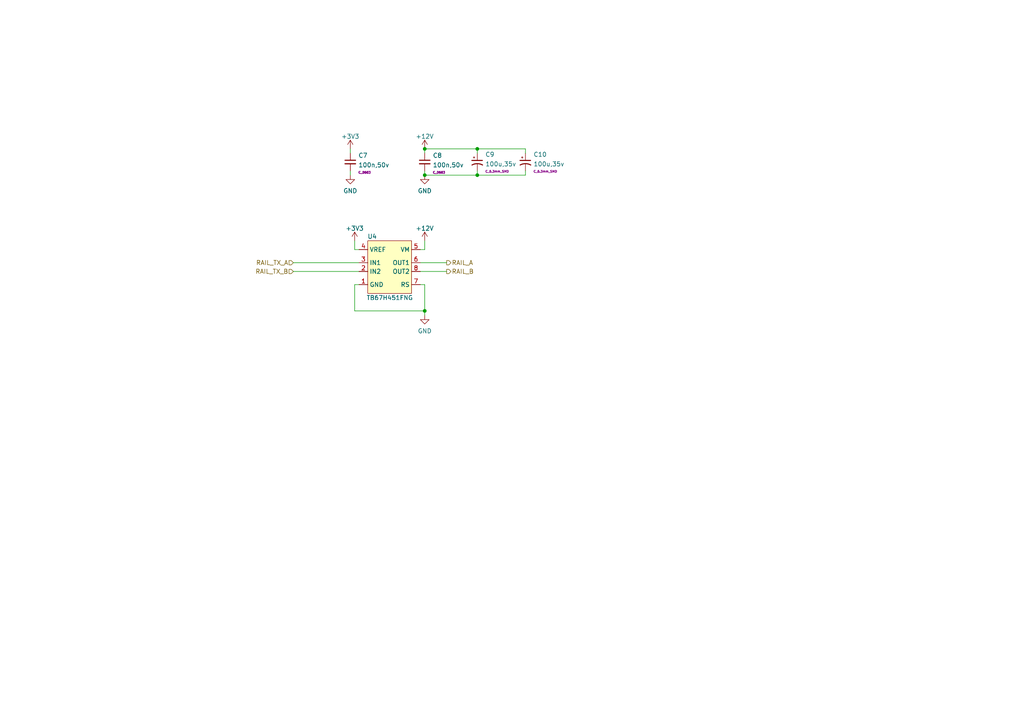
<source format=kicad_sch>
(kicad_sch (version 20211123) (generator eeschema)

  (uuid 65a2e59e-5cbd-49eb-b82f-9dc94ee50b75)

  (paper "A4")

  (lib_symbols
    (symbol "C_Capacitor:C_0603" (pin_numbers hide) (pin_names (offset 1.016)) (in_bom yes) (on_board yes)
      (property "Reference" "C" (id 0) (at 3.175 1.905 0)
        (effects (font (size 1.27 1.27)))
      )
      (property "Value" "C_0603" (id 1) (at 5.715 0 0)
        (effects (font (size 1.27 1.27)))
      )
      (property "Footprint" "C_Capacitor:C_0603" (id 2) (at -3.175 0 90)
        (effects (font (size 1.27 1.27)) hide)
      )
      (property "Datasheet" "" (id 3) (at 2.54 2.54 0)
        (effects (font (size 1.27 1.27)) hide)
      )
      (property "Size" "C_0603" (id 4) (at 4.445 -1.905 0)
        (effects (font (size 0.635 0.635)))
      )
      (symbol "C_0603_1_1"
        (polyline
          (pts
            (xy -1.524 -0.508)
            (xy 1.524 -0.508)
          )
          (stroke (width 0.3302) (type default) (color 0 0 0 0))
          (fill (type none))
        )
        (polyline
          (pts
            (xy -1.524 0.508)
            (xy 1.524 0.508)
          )
          (stroke (width 0.3048) (type default) (color 0 0 0 0))
          (fill (type none))
        )
        (pin passive line (at 0 2.54 270) (length 2.032)
          (name "~" (effects (font (size 1.27 1.27))))
          (number "1" (effects (font (size 1.27 1.27))))
        )
        (pin passive line (at 0 -2.54 90) (length 2.032)
          (name "~" (effects (font (size 1.27 1.27))))
          (number "2" (effects (font (size 1.27 1.27))))
        )
      )
    )
    (symbol "C_Capacitor:C_6.3mm_SMD" (pin_numbers hide) (pin_names (offset 1.016)) (in_bom yes) (on_board yes)
      (property "Reference" "C" (id 0) (at 3.175 1.905 0)
        (effects (font (size 1.27 1.27)))
      )
      (property "Value" "C_6.3mm_SMD" (id 1) (at 9.525 0 0)
        (effects (font (size 1.27 1.27)))
      )
      (property "Footprint" "C_Capacitor:C_6.3mm_SMD" (id 2) (at -3.175 -0.635 90)
        (effects (font (size 1.27 1.27)) hide)
      )
      (property "Datasheet" "" (id 3) (at 2.54 2.54 0)
        (effects (font (size 1.27 1.27)) hide)
      )
      (property "Size" "C_6.3mm_SMD" (id 4) (at 6.35 -1.905 0)
        (effects (font (size 0.635 0.635)))
      )
      (symbol "C_6.3mm_SMD_0_1"
        (polyline
          (pts
            (xy -1.5748 0.4572)
            (xy 1.4732 0.4572)
          )
          (stroke (width 0.3048) (type default) (color 0 0 0 0))
          (fill (type none))
        )
        (polyline
          (pts
            (xy -1.1938 1.3208)
            (xy -0.6858 1.3208)
          )
          (stroke (width 0) (type default) (color 0 0 0 0))
          (fill (type none))
        )
        (polyline
          (pts
            (xy -0.9398 1.0668)
            (xy -0.9398 1.5748)
          )
          (stroke (width 0) (type default) (color 0 0 0 0))
          (fill (type none))
        )
        (arc (start 1.524 -0.8635) (mid 0 -0.4749) (end -1.524 -0.8635)
          (stroke (width 0.3048) (type default) (color 0 0 0 0))
          (fill (type none))
        )
      )
      (symbol "C_6.3mm_SMD_1_1"
        (pin passive line (at 0 2.54 270) (length 2.032)
          (name "~" (effects (font (size 1.27 1.27))))
          (number "1" (effects (font (size 1.27 1.27))))
        )
        (pin passive line (at 0 -2.54 90) (length 2.032)
          (name "~" (effects (font (size 1.27 1.27))))
          (number "2" (effects (font (size 1.27 1.27))))
        )
      )
    )
    (symbol "U_Driver:TB67H451FNG" (in_bom yes) (on_board yes)
      (property "Reference" "U" (id 0) (at -5.08 8.89 0)
        (effects (font (size 1.27 1.27)))
      )
      (property "Value" "TB67H451FNG" (id 1) (at 0 -8.89 0)
        (effects (font (size 1.27 1.27)))
      )
      (property "Footprint" "U_IC:SOIC_8" (id 2) (at 0 -11.43 0)
        (effects (font (size 1.27 1.27)) hide)
      )
      (property "Datasheet" "" (id 3) (at -5.08 6.35 0)
        (effects (font (size 1.27 1.27)) hide)
      )
      (property "ki_keywords" "50V/3A BRUSHED MOTOR DRIVER" (id 4) (at 0 0 0)
        (effects (font (size 1.27 1.27)) hide)
      )
      (property "ki_description" "50V/3A BRUSHED MOTOR DRIVER" (id 5) (at 0 0 0)
        (effects (font (size 1.27 1.27)) hide)
      )
      (symbol "TB67H451FNG_0_1"
        (rectangle (start -6.35 7.62) (end 6.35 -7.62)
          (stroke (width 0.1524) (type default) (color 0 0 0 0))
          (fill (type background))
        )
      )
      (symbol "TB67H451FNG_1_1"
        (pin power_in line (at -8.89 -5.08 0) (length 2.54)
          (name "GND" (effects (font (size 1.27 1.27))))
          (number "1" (effects (font (size 1.27 1.27))))
        )
        (pin input line (at -8.89 -1.27 0) (length 2.54)
          (name "IN2" (effects (font (size 1.27 1.27))))
          (number "2" (effects (font (size 1.27 1.27))))
        )
        (pin input line (at -8.89 1.27 0) (length 2.54)
          (name "IN1" (effects (font (size 1.27 1.27))))
          (number "3" (effects (font (size 1.27 1.27))))
        )
        (pin power_in line (at -8.89 5.08 0) (length 2.54)
          (name "VREF" (effects (font (size 1.27 1.27))))
          (number "4" (effects (font (size 1.27 1.27))))
        )
        (pin power_in line (at 8.89 5.08 180) (length 2.54)
          (name "VM" (effects (font (size 1.27 1.27))))
          (number "5" (effects (font (size 1.27 1.27))))
        )
        (pin output line (at 8.89 1.27 180) (length 2.54)
          (name "OUT1" (effects (font (size 1.27 1.27))))
          (number "6" (effects (font (size 1.27 1.27))))
        )
        (pin passive line (at 8.89 -5.08 180) (length 2.54)
          (name "RS" (effects (font (size 1.27 1.27))))
          (number "7" (effects (font (size 1.27 1.27))))
        )
        (pin output line (at 8.89 -1.27 180) (length 2.54)
          (name "OUT2" (effects (font (size 1.27 1.27))))
          (number "8" (effects (font (size 1.27 1.27))))
        )
      )
    )
    (symbol "power:+12V" (power) (pin_names (offset 0)) (in_bom yes) (on_board yes)
      (property "Reference" "#PWR" (id 0) (at 0 -3.81 0)
        (effects (font (size 1.27 1.27)) hide)
      )
      (property "Value" "+12V" (id 1) (at 0 3.556 0)
        (effects (font (size 1.27 1.27)))
      )
      (property "Footprint" "" (id 2) (at 0 0 0)
        (effects (font (size 1.27 1.27)) hide)
      )
      (property "Datasheet" "" (id 3) (at 0 0 0)
        (effects (font (size 1.27 1.27)) hide)
      )
      (property "ki_keywords" "power-flag" (id 4) (at 0 0 0)
        (effects (font (size 1.27 1.27)) hide)
      )
      (property "ki_description" "Power symbol creates a global label with name \"+12V\"" (id 5) (at 0 0 0)
        (effects (font (size 1.27 1.27)) hide)
      )
      (symbol "+12V_0_1"
        (polyline
          (pts
            (xy -0.762 1.27)
            (xy 0 2.54)
          )
          (stroke (width 0) (type default) (color 0 0 0 0))
          (fill (type none))
        )
        (polyline
          (pts
            (xy 0 0)
            (xy 0 2.54)
          )
          (stroke (width 0) (type default) (color 0 0 0 0))
          (fill (type none))
        )
        (polyline
          (pts
            (xy 0 2.54)
            (xy 0.762 1.27)
          )
          (stroke (width 0) (type default) (color 0 0 0 0))
          (fill (type none))
        )
      )
      (symbol "+12V_1_1"
        (pin power_in line (at 0 0 90) (length 0) hide
          (name "+12V" (effects (font (size 1.27 1.27))))
          (number "1" (effects (font (size 1.27 1.27))))
        )
      )
    )
    (symbol "power:+3V3" (power) (pin_names (offset 0)) (in_bom yes) (on_board yes)
      (property "Reference" "#PWR" (id 0) (at 0 -3.81 0)
        (effects (font (size 1.27 1.27)) hide)
      )
      (property "Value" "+3V3" (id 1) (at 0 3.556 0)
        (effects (font (size 1.27 1.27)))
      )
      (property "Footprint" "" (id 2) (at 0 0 0)
        (effects (font (size 1.27 1.27)) hide)
      )
      (property "Datasheet" "" (id 3) (at 0 0 0)
        (effects (font (size 1.27 1.27)) hide)
      )
      (property "ki_keywords" "power-flag" (id 4) (at 0 0 0)
        (effects (font (size 1.27 1.27)) hide)
      )
      (property "ki_description" "Power symbol creates a global label with name \"+3V3\"" (id 5) (at 0 0 0)
        (effects (font (size 1.27 1.27)) hide)
      )
      (symbol "+3V3_0_1"
        (polyline
          (pts
            (xy -0.762 1.27)
            (xy 0 2.54)
          )
          (stroke (width 0) (type default) (color 0 0 0 0))
          (fill (type none))
        )
        (polyline
          (pts
            (xy 0 0)
            (xy 0 2.54)
          )
          (stroke (width 0) (type default) (color 0 0 0 0))
          (fill (type none))
        )
        (polyline
          (pts
            (xy 0 2.54)
            (xy 0.762 1.27)
          )
          (stroke (width 0) (type default) (color 0 0 0 0))
          (fill (type none))
        )
      )
      (symbol "+3V3_1_1"
        (pin power_in line (at 0 0 90) (length 0) hide
          (name "+3V3" (effects (font (size 1.27 1.27))))
          (number "1" (effects (font (size 1.27 1.27))))
        )
      )
    )
    (symbol "power:GND" (power) (pin_names (offset 0)) (in_bom yes) (on_board yes)
      (property "Reference" "#PWR" (id 0) (at 0 -6.35 0)
        (effects (font (size 1.27 1.27)) hide)
      )
      (property "Value" "GND" (id 1) (at 0 -3.81 0)
        (effects (font (size 1.27 1.27)))
      )
      (property "Footprint" "" (id 2) (at 0 0 0)
        (effects (font (size 1.27 1.27)) hide)
      )
      (property "Datasheet" "" (id 3) (at 0 0 0)
        (effects (font (size 1.27 1.27)) hide)
      )
      (property "ki_keywords" "power-flag" (id 4) (at 0 0 0)
        (effects (font (size 1.27 1.27)) hide)
      )
      (property "ki_description" "Power symbol creates a global label with name \"GND\" , ground" (id 5) (at 0 0 0)
        (effects (font (size 1.27 1.27)) hide)
      )
      (symbol "GND_0_1"
        (polyline
          (pts
            (xy 0 0)
            (xy 0 -1.27)
            (xy 1.27 -1.27)
            (xy 0 -2.54)
            (xy -1.27 -1.27)
            (xy 0 -1.27)
          )
          (stroke (width 0) (type default) (color 0 0 0 0))
          (fill (type none))
        )
      )
      (symbol "GND_1_1"
        (pin power_in line (at 0 0 270) (length 0) hide
          (name "GND" (effects (font (size 1.27 1.27))))
          (number "1" (effects (font (size 1.27 1.27))))
        )
      )
    )
  )


  (junction (at 138.43 43.18) (diameter 0) (color 0 0 0 0)
    (uuid 1209638f-e15a-442e-bf79-0e56f0899bb6)
  )
  (junction (at 138.43 50.8) (diameter 0) (color 0 0 0 0)
    (uuid 51c17325-e3b0-45c6-ba2c-858963732f2d)
  )
  (junction (at 123.19 90.17) (diameter 0) (color 0 0 0 0)
    (uuid 89b4afad-88d4-4b0f-826f-0b2a718ceaa5)
  )
  (junction (at 123.19 50.8) (diameter 0) (color 0 0 0 0)
    (uuid d04cd925-51b9-4f8a-963a-ef3e8fb48a6e)
  )
  (junction (at 123.19 43.18) (diameter 0) (color 0 0 0 0)
    (uuid fb7ba0bf-fc1d-4f88-84e8-b7313f6f625a)
  )

  (wire (pts (xy 138.43 43.18) (xy 123.19 43.18))
    (stroke (width 0) (type default) (color 0 0 0 0))
    (uuid 0a79a4ae-2aab-4a1c-a264-6d1ffa5e3018)
  )
  (wire (pts (xy 102.87 69.85) (xy 102.87 72.39))
    (stroke (width 0) (type default) (color 0 0 0 0))
    (uuid 208682af-2781-4cf7-b184-46ddc6a87092)
  )
  (wire (pts (xy 101.6 43.18) (xy 101.6 44.45))
    (stroke (width 0) (type default) (color 0 0 0 0))
    (uuid 21871383-2dba-4a69-9d69-acc1f633268e)
  )
  (wire (pts (xy 123.19 82.55) (xy 123.19 90.17))
    (stroke (width 0) (type default) (color 0 0 0 0))
    (uuid 322078ce-0cd2-40ab-b014-78fa7b429e6f)
  )
  (wire (pts (xy 123.19 90.17) (xy 123.19 91.44))
    (stroke (width 0) (type default) (color 0 0 0 0))
    (uuid 34069c47-178e-47ea-b4be-065721993e53)
  )
  (wire (pts (xy 152.4 50.8) (xy 152.4 49.53))
    (stroke (width 0) (type default) (color 0 0 0 0))
    (uuid 47320199-73fb-4c77-9d73-af943cb39c9b)
  )
  (wire (pts (xy 123.19 49.53) (xy 123.19 50.8))
    (stroke (width 0) (type default) (color 0 0 0 0))
    (uuid 65caab16-08e9-42ca-8705-bd123a541b6b)
  )
  (wire (pts (xy 102.87 82.55) (xy 104.14 82.55))
    (stroke (width 0) (type default) (color 0 0 0 0))
    (uuid 6dd0108f-d8df-4a1f-85b1-616c4fed0747)
  )
  (wire (pts (xy 138.43 50.8) (xy 152.4 50.8))
    (stroke (width 0) (type default) (color 0 0 0 0))
    (uuid 73161092-09d8-4eae-9308-03d8efb1b24e)
  )
  (wire (pts (xy 121.92 78.74) (xy 129.54 78.74))
    (stroke (width 0) (type default) (color 0 0 0 0))
    (uuid 73d4285e-bce2-4b73-a547-32a11d458357)
  )
  (wire (pts (xy 101.6 49.53) (xy 101.6 50.8))
    (stroke (width 0) (type default) (color 0 0 0 0))
    (uuid 7d6e5b61-d654-4c3c-bce9-934b972768fd)
  )
  (wire (pts (xy 85.09 78.74) (xy 104.14 78.74))
    (stroke (width 0) (type default) (color 0 0 0 0))
    (uuid 8edca33b-1892-4cc3-b460-870cbfc03632)
  )
  (wire (pts (xy 123.19 50.8) (xy 138.43 50.8))
    (stroke (width 0) (type default) (color 0 0 0 0))
    (uuid 90d2c612-d94f-4725-a9fb-1233b397dd8e)
  )
  (wire (pts (xy 121.92 76.2) (xy 129.54 76.2))
    (stroke (width 0) (type default) (color 0 0 0 0))
    (uuid 9d051bf6-9193-460c-bbb8-8c50b9910c91)
  )
  (wire (pts (xy 102.87 90.17) (xy 123.19 90.17))
    (stroke (width 0) (type default) (color 0 0 0 0))
    (uuid acd9ad16-7e3c-4cb8-8793-ecb6e17506b3)
  )
  (wire (pts (xy 152.4 43.18) (xy 138.43 43.18))
    (stroke (width 0) (type default) (color 0 0 0 0))
    (uuid aef00f93-cbf9-4afa-8b61-a8391d0543a2)
  )
  (wire (pts (xy 85.09 76.2) (xy 104.14 76.2))
    (stroke (width 0) (type default) (color 0 0 0 0))
    (uuid b6831f57-69d5-453b-8f0f-33f9fdbe5c12)
  )
  (wire (pts (xy 121.92 72.39) (xy 123.19 72.39))
    (stroke (width 0) (type default) (color 0 0 0 0))
    (uuid bd75303b-3659-44df-8af2-eb5784a001c5)
  )
  (wire (pts (xy 121.92 82.55) (xy 123.19 82.55))
    (stroke (width 0) (type default) (color 0 0 0 0))
    (uuid bf7e0fd6-9957-4b89-a212-1a4dba7eb9d7)
  )
  (wire (pts (xy 138.43 50.8) (xy 138.43 49.53))
    (stroke (width 0) (type default) (color 0 0 0 0))
    (uuid c2dc1c7a-00dd-4406-ae99-c4ada514317d)
  )
  (wire (pts (xy 102.87 90.17) (xy 102.87 82.55))
    (stroke (width 0) (type default) (color 0 0 0 0))
    (uuid d3218aca-faa4-49ab-a11c-1a7c37861286)
  )
  (wire (pts (xy 152.4 44.45) (xy 152.4 43.18))
    (stroke (width 0) (type default) (color 0 0 0 0))
    (uuid e1b7f582-4aa3-4783-8760-86e115591ad2)
  )
  (wire (pts (xy 104.14 72.39) (xy 102.87 72.39))
    (stroke (width 0) (type default) (color 0 0 0 0))
    (uuid e715a52f-6edf-41a0-b2e7-d34688f4eb5e)
  )
  (wire (pts (xy 123.19 43.18) (xy 123.19 44.45))
    (stroke (width 0) (type default) (color 0 0 0 0))
    (uuid f3accc32-0755-4a67-b41c-e06b9ae39e2d)
  )
  (wire (pts (xy 123.19 72.39) (xy 123.19 69.85))
    (stroke (width 0) (type default) (color 0 0 0 0))
    (uuid fd64fc9c-19ab-4d63-b66f-0dbc7b657169)
  )
  (wire (pts (xy 138.43 43.18) (xy 138.43 44.45))
    (stroke (width 0) (type default) (color 0 0 0 0))
    (uuid fd962795-b6c9-4dca-8d47-c8f3192550b8)
  )

  (hierarchical_label "RAIL_TX_B" (shape input) (at 85.09 78.74 180)
    (effects (font (size 1.27 1.27)) (justify right))
    (uuid 8a887b58-432e-4260-89f4-705ea0632b34)
  )
  (hierarchical_label "RAIL_A" (shape output) (at 129.54 76.2 0)
    (effects (font (size 1.27 1.27)) (justify left))
    (uuid f2da3674-6cf6-4045-901e-6a38ec463f3e)
  )
  (hierarchical_label "RAIL_B" (shape output) (at 129.54 78.74 0)
    (effects (font (size 1.27 1.27)) (justify left))
    (uuid fcade066-5ed7-48f9-9f1b-b2167db810fb)
  )
  (hierarchical_label "RAIL_TX_A" (shape input) (at 85.09 76.2 180)
    (effects (font (size 1.27 1.27)) (justify right))
    (uuid fe00e448-8765-47d9-aab0-4c57c2a03438)
  )

  (symbol (lib_id "C_Capacitor:C_6.3mm_SMD") (at 152.4 46.99 0) (unit 1)
    (in_bom yes) (on_board yes) (fields_autoplaced)
    (uuid 18d814c8-05dd-47b0-82ef-65561377abd7)
    (property "Reference" "C10" (id 0) (at 154.7114 44.8052 0)
      (effects (font (size 1.27 1.27)) (justify left))
    )
    (property "Value" "100u,35v" (id 1) (at 154.7114 47.5803 0)
      (effects (font (size 1.27 1.27)) (justify left))
    )
    (property "Footprint" "C_Capacitor:C_6.3mm_SMD" (id 2) (at 149.225 47.625 90)
      (effects (font (size 1.27 1.27)) hide)
    )
    (property "Datasheet" "" (id 3) (at 154.94 44.45 0)
      (effects (font (size 1.27 1.27)) hide)
    )
    (property "Size" "C_6.3mm_SMD" (id 4) (at 154.7114 49.7252 0)
      (effects (font (size 0.635 0.635)) (justify left))
    )
    (pin "1" (uuid 68c78307-aef2-44c7-8028-38a37bef8048))
    (pin "2" (uuid c2b14e87-f976-4714-8db9-27538d4e7273))
  )

  (symbol (lib_id "power:+3V3") (at 101.6 43.18 0) (unit 1)
    (in_bom yes) (on_board yes) (fields_autoplaced)
    (uuid 26da2d2e-7198-49ee-b939-9989a17808f1)
    (property "Reference" "#PWR0123" (id 0) (at 101.6 46.99 0)
      (effects (font (size 1.27 1.27)) hide)
    )
    (property "Value" "+3V3" (id 1) (at 101.6 39.5755 0))
    (property "Footprint" "" (id 2) (at 101.6 43.18 0)
      (effects (font (size 1.27 1.27)) hide)
    )
    (property "Datasheet" "" (id 3) (at 101.6 43.18 0)
      (effects (font (size 1.27 1.27)) hide)
    )
    (pin "1" (uuid 0e28a133-20b4-412a-bd2d-db8caec6dfb7))
  )

  (symbol (lib_id "C_Capacitor:C_0603") (at 101.6 46.99 0) (unit 1)
    (in_bom yes) (on_board yes) (fields_autoplaced)
    (uuid 497b7a65-35e2-4556-89c5-d4bfe5027683)
    (property "Reference" "C7" (id 0) (at 103.9241 45.091 0)
      (effects (font (size 1.27 1.27)) (justify left))
    )
    (property "Value" "100n,50v" (id 1) (at 103.9241 47.8661 0)
      (effects (font (size 1.27 1.27)) (justify left))
    )
    (property "Footprint" "C_Capacitor:C_0603" (id 2) (at 98.425 46.99 90)
      (effects (font (size 1.27 1.27)) hide)
    )
    (property "Datasheet" "" (id 3) (at 104.14 44.45 0)
      (effects (font (size 1.27 1.27)) hide)
    )
    (property "Size" "C_0603" (id 4) (at 103.9241 50.011 0)
      (effects (font (size 0.635 0.635)) (justify left))
    )
    (pin "1" (uuid 2b91427b-9039-4178-bcab-ee8be76de207))
    (pin "2" (uuid eb6b8bf0-21f7-4a5b-8bc9-f69ca18ccb9a))
  )

  (symbol (lib_id "power:GND") (at 123.19 50.8 0) (unit 1)
    (in_bom yes) (on_board yes) (fields_autoplaced)
    (uuid 4a060b2b-eb0e-4365-92d8-633215f475f1)
    (property "Reference" "#PWR0127" (id 0) (at 123.19 57.15 0)
      (effects (font (size 1.27 1.27)) hide)
    )
    (property "Value" "GND" (id 1) (at 123.19 55.3625 0))
    (property "Footprint" "" (id 2) (at 123.19 50.8 0)
      (effects (font (size 1.27 1.27)) hide)
    )
    (property "Datasheet" "" (id 3) (at 123.19 50.8 0)
      (effects (font (size 1.27 1.27)) hide)
    )
    (pin "1" (uuid 73221dcd-ec4c-4021-a83a-5bebac6f74d1))
  )

  (symbol (lib_id "power:+12V") (at 123.19 69.85 0) (unit 1)
    (in_bom yes) (on_board yes) (fields_autoplaced)
    (uuid 51d4b714-edeb-48d2-8b5a-b803db211740)
    (property "Reference" "#PWR0128" (id 0) (at 123.19 73.66 0)
      (effects (font (size 1.27 1.27)) hide)
    )
    (property "Value" "+12V" (id 1) (at 123.19 66.2455 0))
    (property "Footprint" "" (id 2) (at 123.19 69.85 0)
      (effects (font (size 1.27 1.27)) hide)
    )
    (property "Datasheet" "" (id 3) (at 123.19 69.85 0)
      (effects (font (size 1.27 1.27)) hide)
    )
    (pin "1" (uuid b2a99d83-679e-4628-aeb3-ea4d0915d55a))
  )

  (symbol (lib_id "power:+3V3") (at 102.87 69.85 0) (unit 1)
    (in_bom yes) (on_board yes) (fields_autoplaced)
    (uuid 63cad9b4-48c4-4ab1-81f8-bce366d26158)
    (property "Reference" "#PWR0126" (id 0) (at 102.87 73.66 0)
      (effects (font (size 1.27 1.27)) hide)
    )
    (property "Value" "+3V3" (id 1) (at 102.87 66.2455 0))
    (property "Footprint" "" (id 2) (at 102.87 69.85 0)
      (effects (font (size 1.27 1.27)) hide)
    )
    (property "Datasheet" "" (id 3) (at 102.87 69.85 0)
      (effects (font (size 1.27 1.27)) hide)
    )
    (pin "1" (uuid e026e5df-f135-4296-8353-20d8a0a6caea))
  )

  (symbol (lib_id "U_Driver:TB67H451FNG") (at 113.03 77.47 0) (unit 1)
    (in_bom yes) (on_board yes)
    (uuid 7a290e5c-401d-43c2-a768-7cd2c8db8c7e)
    (property "Reference" "U4" (id 0) (at 107.95 68.58 0))
    (property "Value" "TB67H451FNG" (id 1) (at 113.03 86.36 0))
    (property "Footprint" "U_IC:SOIC_8" (id 2) (at 113.03 88.9 0)
      (effects (font (size 1.27 1.27)) hide)
    )
    (property "Datasheet" "" (id 3) (at 107.95 71.12 0)
      (effects (font (size 1.27 1.27)) hide)
    )
    (pin "1" (uuid 05ad5e0f-dcbd-423a-a638-cd3422216e2f))
    (pin "2" (uuid f02dad0f-fb59-4af4-b333-4523fe222b66))
    (pin "3" (uuid aa7d918c-ea69-4f97-86c5-baa24044bc65))
    (pin "4" (uuid 9a5fad5c-4bd1-40d2-a7d8-4daaa246e088))
    (pin "5" (uuid 4717a0bb-3bb9-48c7-bc6c-ac50303814e3))
    (pin "6" (uuid de809a49-dc34-424a-9839-9dc0e5693ea1))
    (pin "7" (uuid 7eb6d882-afd2-49dd-90d9-bbcbcf303293))
    (pin "8" (uuid b86c8a99-a310-4f2e-86e9-afc7c5b0dc31))
  )

  (symbol (lib_id "power:GND") (at 101.6 50.8 0) (unit 1)
    (in_bom yes) (on_board yes) (fields_autoplaced)
    (uuid 9948cf38-3a95-4edf-9b36-afadf89ef7be)
    (property "Reference" "#PWR0124" (id 0) (at 101.6 57.15 0)
      (effects (font (size 1.27 1.27)) hide)
    )
    (property "Value" "GND" (id 1) (at 101.6 55.3625 0))
    (property "Footprint" "" (id 2) (at 101.6 50.8 0)
      (effects (font (size 1.27 1.27)) hide)
    )
    (property "Datasheet" "" (id 3) (at 101.6 50.8 0)
      (effects (font (size 1.27 1.27)) hide)
    )
    (pin "1" (uuid f2df0c0f-a43a-4f12-8eb0-b92be0222394))
  )

  (symbol (lib_id "C_Capacitor:C_0603") (at 123.19 46.99 0) (unit 1)
    (in_bom yes) (on_board yes) (fields_autoplaced)
    (uuid b66af2ec-8ad4-4f34-8c79-76dab224dc3a)
    (property "Reference" "C8" (id 0) (at 125.5141 45.091 0)
      (effects (font (size 1.27 1.27)) (justify left))
    )
    (property "Value" "100n,50v" (id 1) (at 125.5141 47.8661 0)
      (effects (font (size 1.27 1.27)) (justify left))
    )
    (property "Footprint" "C_Capacitor:C_0603" (id 2) (at 120.015 46.99 90)
      (effects (font (size 1.27 1.27)) hide)
    )
    (property "Datasheet" "" (id 3) (at 125.73 44.45 0)
      (effects (font (size 1.27 1.27)) hide)
    )
    (property "Size" "C_0603" (id 4) (at 125.5141 50.011 0)
      (effects (font (size 0.635 0.635)) (justify left))
    )
    (pin "1" (uuid b3957570-be9f-45c4-ba30-9dc60d432e2e))
    (pin "2" (uuid 48b736d2-a03e-453a-8d0d-947e7cdb7892))
  )

  (symbol (lib_id "power:GND") (at 123.19 91.44 0) (unit 1)
    (in_bom yes) (on_board yes) (fields_autoplaced)
    (uuid c3884923-aff8-4b10-9f9e-996d2e02e784)
    (property "Reference" "#PWR0122" (id 0) (at 123.19 97.79 0)
      (effects (font (size 1.27 1.27)) hide)
    )
    (property "Value" "GND" (id 1) (at 123.19 96.0025 0))
    (property "Footprint" "" (id 2) (at 123.19 91.44 0)
      (effects (font (size 1.27 1.27)) hide)
    )
    (property "Datasheet" "" (id 3) (at 123.19 91.44 0)
      (effects (font (size 1.27 1.27)) hide)
    )
    (pin "1" (uuid b75fea0b-3349-404a-b134-11f1dee36991))
  )

  (symbol (lib_id "power:+12V") (at 123.19 43.18 0) (unit 1)
    (in_bom yes) (on_board yes) (fields_autoplaced)
    (uuid c6207cb3-0ffb-40d7-a11d-c5d8448e0a4d)
    (property "Reference" "#PWR0125" (id 0) (at 123.19 46.99 0)
      (effects (font (size 1.27 1.27)) hide)
    )
    (property "Value" "+12V" (id 1) (at 123.19 39.5755 0))
    (property "Footprint" "" (id 2) (at 123.19 43.18 0)
      (effects (font (size 1.27 1.27)) hide)
    )
    (property "Datasheet" "" (id 3) (at 123.19 43.18 0)
      (effects (font (size 1.27 1.27)) hide)
    )
    (pin "1" (uuid f36c3507-a768-442e-89f5-ca78f34cc322))
  )

  (symbol (lib_id "C_Capacitor:C_6.3mm_SMD") (at 138.43 46.99 0) (unit 1)
    (in_bom yes) (on_board yes) (fields_autoplaced)
    (uuid dcbf6cc4-a918-47d7-8b04-68abbf11a9b7)
    (property "Reference" "C9" (id 0) (at 140.7414 44.8052 0)
      (effects (font (size 1.27 1.27)) (justify left))
    )
    (property "Value" "100u,35v" (id 1) (at 140.7414 47.5803 0)
      (effects (font (size 1.27 1.27)) (justify left))
    )
    (property "Footprint" "C_Capacitor:C_6.3mm_SMD" (id 2) (at 135.255 47.625 90)
      (effects (font (size 1.27 1.27)) hide)
    )
    (property "Datasheet" "" (id 3) (at 140.97 44.45 0)
      (effects (font (size 1.27 1.27)) hide)
    )
    (property "Size" "C_6.3mm_SMD" (id 4) (at 140.7414 49.7252 0)
      (effects (font (size 0.635 0.635)) (justify left))
    )
    (pin "1" (uuid 89b46c4b-8e98-44d4-947a-56fc148c0153))
    (pin "2" (uuid 34c58295-d050-483d-bb86-237639b1bd4b))
  )
)

</source>
